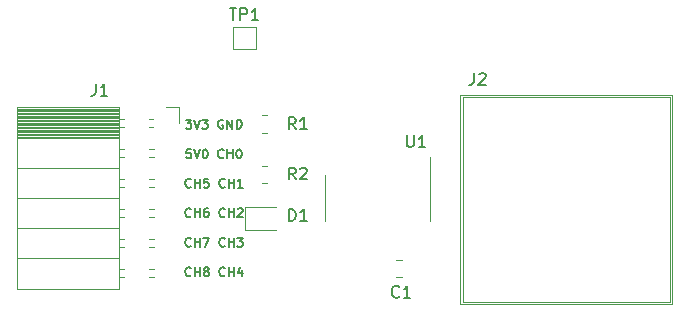
<source format=gbr>
%TF.GenerationSoftware,KiCad,Pcbnew,7.0.5*%
%TF.CreationDate,2023-07-06T17:03:01+08:00*%
%TF.ProjectId,GameRockerShaft,47616d65-526f-4636-9b65-725368616674,rev?*%
%TF.SameCoordinates,Original*%
%TF.FileFunction,Legend,Top*%
%TF.FilePolarity,Positive*%
%FSLAX46Y46*%
G04 Gerber Fmt 4.6, Leading zero omitted, Abs format (unit mm)*
G04 Created by KiCad (PCBNEW 7.0.5) date 2023-07-06 17:03:01*
%MOMM*%
%LPD*%
G01*
G04 APERTURE LIST*
%ADD10C,0.127000*%
%ADD11C,0.150000*%
%ADD12C,0.120000*%
%ADD13C,0.100000*%
G04 APERTURE END LIST*
D10*
X84700409Y-98827570D02*
X84664123Y-98863856D01*
X84664123Y-98863856D02*
X84555266Y-98900141D01*
X84555266Y-98900141D02*
X84482694Y-98900141D01*
X84482694Y-98900141D02*
X84373837Y-98863856D01*
X84373837Y-98863856D02*
X84301266Y-98791284D01*
X84301266Y-98791284D02*
X84264980Y-98718713D01*
X84264980Y-98718713D02*
X84228694Y-98573570D01*
X84228694Y-98573570D02*
X84228694Y-98464713D01*
X84228694Y-98464713D02*
X84264980Y-98319570D01*
X84264980Y-98319570D02*
X84301266Y-98246998D01*
X84301266Y-98246998D02*
X84373837Y-98174427D01*
X84373837Y-98174427D02*
X84482694Y-98138141D01*
X84482694Y-98138141D02*
X84555266Y-98138141D01*
X84555266Y-98138141D02*
X84664123Y-98174427D01*
X84664123Y-98174427D02*
X84700409Y-98210713D01*
X85026980Y-98900141D02*
X85026980Y-98138141D01*
X85026980Y-98500998D02*
X85462409Y-98500998D01*
X85462409Y-98900141D02*
X85462409Y-98138141D01*
X85934123Y-98464713D02*
X85861552Y-98428427D01*
X85861552Y-98428427D02*
X85825266Y-98392141D01*
X85825266Y-98392141D02*
X85788980Y-98319570D01*
X85788980Y-98319570D02*
X85788980Y-98283284D01*
X85788980Y-98283284D02*
X85825266Y-98210713D01*
X85825266Y-98210713D02*
X85861552Y-98174427D01*
X85861552Y-98174427D02*
X85934123Y-98138141D01*
X85934123Y-98138141D02*
X86079266Y-98138141D01*
X86079266Y-98138141D02*
X86151838Y-98174427D01*
X86151838Y-98174427D02*
X86188123Y-98210713D01*
X86188123Y-98210713D02*
X86224409Y-98283284D01*
X86224409Y-98283284D02*
X86224409Y-98319570D01*
X86224409Y-98319570D02*
X86188123Y-98392141D01*
X86188123Y-98392141D02*
X86151838Y-98428427D01*
X86151838Y-98428427D02*
X86079266Y-98464713D01*
X86079266Y-98464713D02*
X85934123Y-98464713D01*
X85934123Y-98464713D02*
X85861552Y-98500998D01*
X85861552Y-98500998D02*
X85825266Y-98537284D01*
X85825266Y-98537284D02*
X85788980Y-98609856D01*
X85788980Y-98609856D02*
X85788980Y-98754998D01*
X85788980Y-98754998D02*
X85825266Y-98827570D01*
X85825266Y-98827570D02*
X85861552Y-98863856D01*
X85861552Y-98863856D02*
X85934123Y-98900141D01*
X85934123Y-98900141D02*
X86079266Y-98900141D01*
X86079266Y-98900141D02*
X86151838Y-98863856D01*
X86151838Y-98863856D02*
X86188123Y-98827570D01*
X86188123Y-98827570D02*
X86224409Y-98754998D01*
X86224409Y-98754998D02*
X86224409Y-98609856D01*
X86224409Y-98609856D02*
X86188123Y-98537284D01*
X86188123Y-98537284D02*
X86151838Y-98500998D01*
X86151838Y-98500998D02*
X86079266Y-98464713D01*
X87566980Y-98827570D02*
X87530694Y-98863856D01*
X87530694Y-98863856D02*
X87421837Y-98900141D01*
X87421837Y-98900141D02*
X87349265Y-98900141D01*
X87349265Y-98900141D02*
X87240408Y-98863856D01*
X87240408Y-98863856D02*
X87167837Y-98791284D01*
X87167837Y-98791284D02*
X87131551Y-98718713D01*
X87131551Y-98718713D02*
X87095265Y-98573570D01*
X87095265Y-98573570D02*
X87095265Y-98464713D01*
X87095265Y-98464713D02*
X87131551Y-98319570D01*
X87131551Y-98319570D02*
X87167837Y-98246998D01*
X87167837Y-98246998D02*
X87240408Y-98174427D01*
X87240408Y-98174427D02*
X87349265Y-98138141D01*
X87349265Y-98138141D02*
X87421837Y-98138141D01*
X87421837Y-98138141D02*
X87530694Y-98174427D01*
X87530694Y-98174427D02*
X87566980Y-98210713D01*
X87893551Y-98900141D02*
X87893551Y-98138141D01*
X87893551Y-98500998D02*
X88328980Y-98500998D01*
X88328980Y-98900141D02*
X88328980Y-98138141D01*
X89018409Y-98392141D02*
X89018409Y-98900141D01*
X88836980Y-98101856D02*
X88655551Y-98646141D01*
X88655551Y-98646141D02*
X89127266Y-98646141D01*
X84700409Y-93827570D02*
X84664123Y-93863856D01*
X84664123Y-93863856D02*
X84555266Y-93900141D01*
X84555266Y-93900141D02*
X84482694Y-93900141D01*
X84482694Y-93900141D02*
X84373837Y-93863856D01*
X84373837Y-93863856D02*
X84301266Y-93791284D01*
X84301266Y-93791284D02*
X84264980Y-93718713D01*
X84264980Y-93718713D02*
X84228694Y-93573570D01*
X84228694Y-93573570D02*
X84228694Y-93464713D01*
X84228694Y-93464713D02*
X84264980Y-93319570D01*
X84264980Y-93319570D02*
X84301266Y-93246998D01*
X84301266Y-93246998D02*
X84373837Y-93174427D01*
X84373837Y-93174427D02*
X84482694Y-93138141D01*
X84482694Y-93138141D02*
X84555266Y-93138141D01*
X84555266Y-93138141D02*
X84664123Y-93174427D01*
X84664123Y-93174427D02*
X84700409Y-93210713D01*
X85026980Y-93900141D02*
X85026980Y-93138141D01*
X85026980Y-93500998D02*
X85462409Y-93500998D01*
X85462409Y-93900141D02*
X85462409Y-93138141D01*
X86151838Y-93138141D02*
X86006695Y-93138141D01*
X86006695Y-93138141D02*
X85934123Y-93174427D01*
X85934123Y-93174427D02*
X85897838Y-93210713D01*
X85897838Y-93210713D02*
X85825266Y-93319570D01*
X85825266Y-93319570D02*
X85788980Y-93464713D01*
X85788980Y-93464713D02*
X85788980Y-93754998D01*
X85788980Y-93754998D02*
X85825266Y-93827570D01*
X85825266Y-93827570D02*
X85861552Y-93863856D01*
X85861552Y-93863856D02*
X85934123Y-93900141D01*
X85934123Y-93900141D02*
X86079266Y-93900141D01*
X86079266Y-93900141D02*
X86151838Y-93863856D01*
X86151838Y-93863856D02*
X86188123Y-93827570D01*
X86188123Y-93827570D02*
X86224409Y-93754998D01*
X86224409Y-93754998D02*
X86224409Y-93573570D01*
X86224409Y-93573570D02*
X86188123Y-93500998D01*
X86188123Y-93500998D02*
X86151838Y-93464713D01*
X86151838Y-93464713D02*
X86079266Y-93428427D01*
X86079266Y-93428427D02*
X85934123Y-93428427D01*
X85934123Y-93428427D02*
X85861552Y-93464713D01*
X85861552Y-93464713D02*
X85825266Y-93500998D01*
X85825266Y-93500998D02*
X85788980Y-93573570D01*
X87566980Y-93827570D02*
X87530694Y-93863856D01*
X87530694Y-93863856D02*
X87421837Y-93900141D01*
X87421837Y-93900141D02*
X87349265Y-93900141D01*
X87349265Y-93900141D02*
X87240408Y-93863856D01*
X87240408Y-93863856D02*
X87167837Y-93791284D01*
X87167837Y-93791284D02*
X87131551Y-93718713D01*
X87131551Y-93718713D02*
X87095265Y-93573570D01*
X87095265Y-93573570D02*
X87095265Y-93464713D01*
X87095265Y-93464713D02*
X87131551Y-93319570D01*
X87131551Y-93319570D02*
X87167837Y-93246998D01*
X87167837Y-93246998D02*
X87240408Y-93174427D01*
X87240408Y-93174427D02*
X87349265Y-93138141D01*
X87349265Y-93138141D02*
X87421837Y-93138141D01*
X87421837Y-93138141D02*
X87530694Y-93174427D01*
X87530694Y-93174427D02*
X87566980Y-93210713D01*
X87893551Y-93900141D02*
X87893551Y-93138141D01*
X87893551Y-93500998D02*
X88328980Y-93500998D01*
X88328980Y-93900141D02*
X88328980Y-93138141D01*
X88655551Y-93210713D02*
X88691837Y-93174427D01*
X88691837Y-93174427D02*
X88764409Y-93138141D01*
X88764409Y-93138141D02*
X88945837Y-93138141D01*
X88945837Y-93138141D02*
X89018409Y-93174427D01*
X89018409Y-93174427D02*
X89054694Y-93210713D01*
X89054694Y-93210713D02*
X89090980Y-93283284D01*
X89090980Y-93283284D02*
X89090980Y-93355856D01*
X89090980Y-93355856D02*
X89054694Y-93464713D01*
X89054694Y-93464713D02*
X88619266Y-93900141D01*
X88619266Y-93900141D02*
X89090980Y-93900141D01*
X84718551Y-88138141D02*
X84355694Y-88138141D01*
X84355694Y-88138141D02*
X84319408Y-88500998D01*
X84319408Y-88500998D02*
X84355694Y-88464713D01*
X84355694Y-88464713D02*
X84428266Y-88428427D01*
X84428266Y-88428427D02*
X84609694Y-88428427D01*
X84609694Y-88428427D02*
X84682266Y-88464713D01*
X84682266Y-88464713D02*
X84718551Y-88500998D01*
X84718551Y-88500998D02*
X84754837Y-88573570D01*
X84754837Y-88573570D02*
X84754837Y-88754998D01*
X84754837Y-88754998D02*
X84718551Y-88827570D01*
X84718551Y-88827570D02*
X84682266Y-88863856D01*
X84682266Y-88863856D02*
X84609694Y-88900141D01*
X84609694Y-88900141D02*
X84428266Y-88900141D01*
X84428266Y-88900141D02*
X84355694Y-88863856D01*
X84355694Y-88863856D02*
X84319408Y-88827570D01*
X84972551Y-88138141D02*
X85226551Y-88900141D01*
X85226551Y-88900141D02*
X85480551Y-88138141D01*
X85879694Y-88138141D02*
X85952265Y-88138141D01*
X85952265Y-88138141D02*
X86024837Y-88174427D01*
X86024837Y-88174427D02*
X86061123Y-88210713D01*
X86061123Y-88210713D02*
X86097408Y-88283284D01*
X86097408Y-88283284D02*
X86133694Y-88428427D01*
X86133694Y-88428427D02*
X86133694Y-88609856D01*
X86133694Y-88609856D02*
X86097408Y-88754998D01*
X86097408Y-88754998D02*
X86061123Y-88827570D01*
X86061123Y-88827570D02*
X86024837Y-88863856D01*
X86024837Y-88863856D02*
X85952265Y-88900141D01*
X85952265Y-88900141D02*
X85879694Y-88900141D01*
X85879694Y-88900141D02*
X85807123Y-88863856D01*
X85807123Y-88863856D02*
X85770837Y-88827570D01*
X85770837Y-88827570D02*
X85734551Y-88754998D01*
X85734551Y-88754998D02*
X85698265Y-88609856D01*
X85698265Y-88609856D02*
X85698265Y-88428427D01*
X85698265Y-88428427D02*
X85734551Y-88283284D01*
X85734551Y-88283284D02*
X85770837Y-88210713D01*
X85770837Y-88210713D02*
X85807123Y-88174427D01*
X85807123Y-88174427D02*
X85879694Y-88138141D01*
X87476265Y-88827570D02*
X87439979Y-88863856D01*
X87439979Y-88863856D02*
X87331122Y-88900141D01*
X87331122Y-88900141D02*
X87258550Y-88900141D01*
X87258550Y-88900141D02*
X87149693Y-88863856D01*
X87149693Y-88863856D02*
X87077122Y-88791284D01*
X87077122Y-88791284D02*
X87040836Y-88718713D01*
X87040836Y-88718713D02*
X87004550Y-88573570D01*
X87004550Y-88573570D02*
X87004550Y-88464713D01*
X87004550Y-88464713D02*
X87040836Y-88319570D01*
X87040836Y-88319570D02*
X87077122Y-88246998D01*
X87077122Y-88246998D02*
X87149693Y-88174427D01*
X87149693Y-88174427D02*
X87258550Y-88138141D01*
X87258550Y-88138141D02*
X87331122Y-88138141D01*
X87331122Y-88138141D02*
X87439979Y-88174427D01*
X87439979Y-88174427D02*
X87476265Y-88210713D01*
X87802836Y-88900141D02*
X87802836Y-88138141D01*
X87802836Y-88500998D02*
X88238265Y-88500998D01*
X88238265Y-88900141D02*
X88238265Y-88138141D01*
X88746265Y-88138141D02*
X88818836Y-88138141D01*
X88818836Y-88138141D02*
X88891408Y-88174427D01*
X88891408Y-88174427D02*
X88927694Y-88210713D01*
X88927694Y-88210713D02*
X88963979Y-88283284D01*
X88963979Y-88283284D02*
X89000265Y-88428427D01*
X89000265Y-88428427D02*
X89000265Y-88609856D01*
X89000265Y-88609856D02*
X88963979Y-88754998D01*
X88963979Y-88754998D02*
X88927694Y-88827570D01*
X88927694Y-88827570D02*
X88891408Y-88863856D01*
X88891408Y-88863856D02*
X88818836Y-88900141D01*
X88818836Y-88900141D02*
X88746265Y-88900141D01*
X88746265Y-88900141D02*
X88673694Y-88863856D01*
X88673694Y-88863856D02*
X88637408Y-88827570D01*
X88637408Y-88827570D02*
X88601122Y-88754998D01*
X88601122Y-88754998D02*
X88564836Y-88609856D01*
X88564836Y-88609856D02*
X88564836Y-88428427D01*
X88564836Y-88428427D02*
X88601122Y-88283284D01*
X88601122Y-88283284D02*
X88637408Y-88210713D01*
X88637408Y-88210713D02*
X88673694Y-88174427D01*
X88673694Y-88174427D02*
X88746265Y-88138141D01*
X84700409Y-91327570D02*
X84664123Y-91363856D01*
X84664123Y-91363856D02*
X84555266Y-91400141D01*
X84555266Y-91400141D02*
X84482694Y-91400141D01*
X84482694Y-91400141D02*
X84373837Y-91363856D01*
X84373837Y-91363856D02*
X84301266Y-91291284D01*
X84301266Y-91291284D02*
X84264980Y-91218713D01*
X84264980Y-91218713D02*
X84228694Y-91073570D01*
X84228694Y-91073570D02*
X84228694Y-90964713D01*
X84228694Y-90964713D02*
X84264980Y-90819570D01*
X84264980Y-90819570D02*
X84301266Y-90746998D01*
X84301266Y-90746998D02*
X84373837Y-90674427D01*
X84373837Y-90674427D02*
X84482694Y-90638141D01*
X84482694Y-90638141D02*
X84555266Y-90638141D01*
X84555266Y-90638141D02*
X84664123Y-90674427D01*
X84664123Y-90674427D02*
X84700409Y-90710713D01*
X85026980Y-91400141D02*
X85026980Y-90638141D01*
X85026980Y-91000998D02*
X85462409Y-91000998D01*
X85462409Y-91400141D02*
X85462409Y-90638141D01*
X86188123Y-90638141D02*
X85825266Y-90638141D01*
X85825266Y-90638141D02*
X85788980Y-91000998D01*
X85788980Y-91000998D02*
X85825266Y-90964713D01*
X85825266Y-90964713D02*
X85897838Y-90928427D01*
X85897838Y-90928427D02*
X86079266Y-90928427D01*
X86079266Y-90928427D02*
X86151838Y-90964713D01*
X86151838Y-90964713D02*
X86188123Y-91000998D01*
X86188123Y-91000998D02*
X86224409Y-91073570D01*
X86224409Y-91073570D02*
X86224409Y-91254998D01*
X86224409Y-91254998D02*
X86188123Y-91327570D01*
X86188123Y-91327570D02*
X86151838Y-91363856D01*
X86151838Y-91363856D02*
X86079266Y-91400141D01*
X86079266Y-91400141D02*
X85897838Y-91400141D01*
X85897838Y-91400141D02*
X85825266Y-91363856D01*
X85825266Y-91363856D02*
X85788980Y-91327570D01*
X87566980Y-91327570D02*
X87530694Y-91363856D01*
X87530694Y-91363856D02*
X87421837Y-91400141D01*
X87421837Y-91400141D02*
X87349265Y-91400141D01*
X87349265Y-91400141D02*
X87240408Y-91363856D01*
X87240408Y-91363856D02*
X87167837Y-91291284D01*
X87167837Y-91291284D02*
X87131551Y-91218713D01*
X87131551Y-91218713D02*
X87095265Y-91073570D01*
X87095265Y-91073570D02*
X87095265Y-90964713D01*
X87095265Y-90964713D02*
X87131551Y-90819570D01*
X87131551Y-90819570D02*
X87167837Y-90746998D01*
X87167837Y-90746998D02*
X87240408Y-90674427D01*
X87240408Y-90674427D02*
X87349265Y-90638141D01*
X87349265Y-90638141D02*
X87421837Y-90638141D01*
X87421837Y-90638141D02*
X87530694Y-90674427D01*
X87530694Y-90674427D02*
X87566980Y-90710713D01*
X87893551Y-91400141D02*
X87893551Y-90638141D01*
X87893551Y-91000998D02*
X88328980Y-91000998D01*
X88328980Y-91400141D02*
X88328980Y-90638141D01*
X89090980Y-91400141D02*
X88655551Y-91400141D01*
X88873266Y-91400141D02*
X88873266Y-90638141D01*
X88873266Y-90638141D02*
X88800694Y-90746998D01*
X88800694Y-90746998D02*
X88728123Y-90819570D01*
X88728123Y-90819570D02*
X88655551Y-90855856D01*
X84264980Y-85638141D02*
X84736694Y-85638141D01*
X84736694Y-85638141D02*
X84482694Y-85928427D01*
X84482694Y-85928427D02*
X84591551Y-85928427D01*
X84591551Y-85928427D02*
X84664123Y-85964713D01*
X84664123Y-85964713D02*
X84700408Y-86000998D01*
X84700408Y-86000998D02*
X84736694Y-86073570D01*
X84736694Y-86073570D02*
X84736694Y-86254998D01*
X84736694Y-86254998D02*
X84700408Y-86327570D01*
X84700408Y-86327570D02*
X84664123Y-86363856D01*
X84664123Y-86363856D02*
X84591551Y-86400141D01*
X84591551Y-86400141D02*
X84373837Y-86400141D01*
X84373837Y-86400141D02*
X84301265Y-86363856D01*
X84301265Y-86363856D02*
X84264980Y-86327570D01*
X84954408Y-85638141D02*
X85208408Y-86400141D01*
X85208408Y-86400141D02*
X85462408Y-85638141D01*
X85643837Y-85638141D02*
X86115551Y-85638141D01*
X86115551Y-85638141D02*
X85861551Y-85928427D01*
X85861551Y-85928427D02*
X85970408Y-85928427D01*
X85970408Y-85928427D02*
X86042980Y-85964713D01*
X86042980Y-85964713D02*
X86079265Y-86000998D01*
X86079265Y-86000998D02*
X86115551Y-86073570D01*
X86115551Y-86073570D02*
X86115551Y-86254998D01*
X86115551Y-86254998D02*
X86079265Y-86327570D01*
X86079265Y-86327570D02*
X86042980Y-86363856D01*
X86042980Y-86363856D02*
X85970408Y-86400141D01*
X85970408Y-86400141D02*
X85752694Y-86400141D01*
X85752694Y-86400141D02*
X85680122Y-86363856D01*
X85680122Y-86363856D02*
X85643837Y-86327570D01*
X87421836Y-85674427D02*
X87349265Y-85638141D01*
X87349265Y-85638141D02*
X87240407Y-85638141D01*
X87240407Y-85638141D02*
X87131550Y-85674427D01*
X87131550Y-85674427D02*
X87058979Y-85746998D01*
X87058979Y-85746998D02*
X87022693Y-85819570D01*
X87022693Y-85819570D02*
X86986407Y-85964713D01*
X86986407Y-85964713D02*
X86986407Y-86073570D01*
X86986407Y-86073570D02*
X87022693Y-86218713D01*
X87022693Y-86218713D02*
X87058979Y-86291284D01*
X87058979Y-86291284D02*
X87131550Y-86363856D01*
X87131550Y-86363856D02*
X87240407Y-86400141D01*
X87240407Y-86400141D02*
X87312979Y-86400141D01*
X87312979Y-86400141D02*
X87421836Y-86363856D01*
X87421836Y-86363856D02*
X87458122Y-86327570D01*
X87458122Y-86327570D02*
X87458122Y-86073570D01*
X87458122Y-86073570D02*
X87312979Y-86073570D01*
X87784693Y-86400141D02*
X87784693Y-85638141D01*
X87784693Y-85638141D02*
X88220122Y-86400141D01*
X88220122Y-86400141D02*
X88220122Y-85638141D01*
X88582979Y-86400141D02*
X88582979Y-85638141D01*
X88582979Y-85638141D02*
X88764408Y-85638141D01*
X88764408Y-85638141D02*
X88873265Y-85674427D01*
X88873265Y-85674427D02*
X88945836Y-85746998D01*
X88945836Y-85746998D02*
X88982122Y-85819570D01*
X88982122Y-85819570D02*
X89018408Y-85964713D01*
X89018408Y-85964713D02*
X89018408Y-86073570D01*
X89018408Y-86073570D02*
X88982122Y-86218713D01*
X88982122Y-86218713D02*
X88945836Y-86291284D01*
X88945836Y-86291284D02*
X88873265Y-86363856D01*
X88873265Y-86363856D02*
X88764408Y-86400141D01*
X88764408Y-86400141D02*
X88582979Y-86400141D01*
X84700409Y-96327570D02*
X84664123Y-96363856D01*
X84664123Y-96363856D02*
X84555266Y-96400141D01*
X84555266Y-96400141D02*
X84482694Y-96400141D01*
X84482694Y-96400141D02*
X84373837Y-96363856D01*
X84373837Y-96363856D02*
X84301266Y-96291284D01*
X84301266Y-96291284D02*
X84264980Y-96218713D01*
X84264980Y-96218713D02*
X84228694Y-96073570D01*
X84228694Y-96073570D02*
X84228694Y-95964713D01*
X84228694Y-95964713D02*
X84264980Y-95819570D01*
X84264980Y-95819570D02*
X84301266Y-95746998D01*
X84301266Y-95746998D02*
X84373837Y-95674427D01*
X84373837Y-95674427D02*
X84482694Y-95638141D01*
X84482694Y-95638141D02*
X84555266Y-95638141D01*
X84555266Y-95638141D02*
X84664123Y-95674427D01*
X84664123Y-95674427D02*
X84700409Y-95710713D01*
X85026980Y-96400141D02*
X85026980Y-95638141D01*
X85026980Y-96000998D02*
X85462409Y-96000998D01*
X85462409Y-96400141D02*
X85462409Y-95638141D01*
X85752695Y-95638141D02*
X86260695Y-95638141D01*
X86260695Y-95638141D02*
X85934123Y-96400141D01*
X87566980Y-96327570D02*
X87530694Y-96363856D01*
X87530694Y-96363856D02*
X87421837Y-96400141D01*
X87421837Y-96400141D02*
X87349265Y-96400141D01*
X87349265Y-96400141D02*
X87240408Y-96363856D01*
X87240408Y-96363856D02*
X87167837Y-96291284D01*
X87167837Y-96291284D02*
X87131551Y-96218713D01*
X87131551Y-96218713D02*
X87095265Y-96073570D01*
X87095265Y-96073570D02*
X87095265Y-95964713D01*
X87095265Y-95964713D02*
X87131551Y-95819570D01*
X87131551Y-95819570D02*
X87167837Y-95746998D01*
X87167837Y-95746998D02*
X87240408Y-95674427D01*
X87240408Y-95674427D02*
X87349265Y-95638141D01*
X87349265Y-95638141D02*
X87421837Y-95638141D01*
X87421837Y-95638141D02*
X87530694Y-95674427D01*
X87530694Y-95674427D02*
X87566980Y-95710713D01*
X87893551Y-96400141D02*
X87893551Y-95638141D01*
X87893551Y-96000998D02*
X88328980Y-96000998D01*
X88328980Y-96400141D02*
X88328980Y-95638141D01*
X88619266Y-95638141D02*
X89090980Y-95638141D01*
X89090980Y-95638141D02*
X88836980Y-95928427D01*
X88836980Y-95928427D02*
X88945837Y-95928427D01*
X88945837Y-95928427D02*
X89018409Y-95964713D01*
X89018409Y-95964713D02*
X89054694Y-96000998D01*
X89054694Y-96000998D02*
X89090980Y-96073570D01*
X89090980Y-96073570D02*
X89090980Y-96254998D01*
X89090980Y-96254998D02*
X89054694Y-96327570D01*
X89054694Y-96327570D02*
X89018409Y-96363856D01*
X89018409Y-96363856D02*
X88945837Y-96400141D01*
X88945837Y-96400141D02*
X88728123Y-96400141D01*
X88728123Y-96400141D02*
X88655551Y-96363856D01*
X88655551Y-96363856D02*
X88619266Y-96327570D01*
D11*
%TO.C,U1*%
X102988095Y-86954819D02*
X102988095Y-87764342D01*
X102988095Y-87764342D02*
X103035714Y-87859580D01*
X103035714Y-87859580D02*
X103083333Y-87907200D01*
X103083333Y-87907200D02*
X103178571Y-87954819D01*
X103178571Y-87954819D02*
X103369047Y-87954819D01*
X103369047Y-87954819D02*
X103464285Y-87907200D01*
X103464285Y-87907200D02*
X103511904Y-87859580D01*
X103511904Y-87859580D02*
X103559523Y-87764342D01*
X103559523Y-87764342D02*
X103559523Y-86954819D01*
X104559523Y-87954819D02*
X103988095Y-87954819D01*
X104273809Y-87954819D02*
X104273809Y-86954819D01*
X104273809Y-86954819D02*
X104178571Y-87097676D01*
X104178571Y-87097676D02*
X104083333Y-87192914D01*
X104083333Y-87192914D02*
X103988095Y-87240533D01*
%TO.C,J2*%
X108666666Y-81704819D02*
X108666666Y-82419104D01*
X108666666Y-82419104D02*
X108619047Y-82561961D01*
X108619047Y-82561961D02*
X108523809Y-82657200D01*
X108523809Y-82657200D02*
X108380952Y-82704819D01*
X108380952Y-82704819D02*
X108285714Y-82704819D01*
X109095238Y-81800057D02*
X109142857Y-81752438D01*
X109142857Y-81752438D02*
X109238095Y-81704819D01*
X109238095Y-81704819D02*
X109476190Y-81704819D01*
X109476190Y-81704819D02*
X109571428Y-81752438D01*
X109571428Y-81752438D02*
X109619047Y-81800057D01*
X109619047Y-81800057D02*
X109666666Y-81895295D01*
X109666666Y-81895295D02*
X109666666Y-81990533D01*
X109666666Y-81990533D02*
X109619047Y-82133390D01*
X109619047Y-82133390D02*
X109047619Y-82704819D01*
X109047619Y-82704819D02*
X109666666Y-82704819D01*
%TO.C,C1*%
X102333333Y-100609580D02*
X102285714Y-100657200D01*
X102285714Y-100657200D02*
X102142857Y-100704819D01*
X102142857Y-100704819D02*
X102047619Y-100704819D01*
X102047619Y-100704819D02*
X101904762Y-100657200D01*
X101904762Y-100657200D02*
X101809524Y-100561961D01*
X101809524Y-100561961D02*
X101761905Y-100466723D01*
X101761905Y-100466723D02*
X101714286Y-100276247D01*
X101714286Y-100276247D02*
X101714286Y-100133390D01*
X101714286Y-100133390D02*
X101761905Y-99942914D01*
X101761905Y-99942914D02*
X101809524Y-99847676D01*
X101809524Y-99847676D02*
X101904762Y-99752438D01*
X101904762Y-99752438D02*
X102047619Y-99704819D01*
X102047619Y-99704819D02*
X102142857Y-99704819D01*
X102142857Y-99704819D02*
X102285714Y-99752438D01*
X102285714Y-99752438D02*
X102333333Y-99800057D01*
X103285714Y-100704819D02*
X102714286Y-100704819D01*
X103000000Y-100704819D02*
X103000000Y-99704819D01*
X103000000Y-99704819D02*
X102904762Y-99847676D01*
X102904762Y-99847676D02*
X102809524Y-99942914D01*
X102809524Y-99942914D02*
X102714286Y-99990533D01*
%TO.C,TP1*%
X87988095Y-76204819D02*
X88559523Y-76204819D01*
X88273809Y-77204819D02*
X88273809Y-76204819D01*
X88892857Y-77204819D02*
X88892857Y-76204819D01*
X88892857Y-76204819D02*
X89273809Y-76204819D01*
X89273809Y-76204819D02*
X89369047Y-76252438D01*
X89369047Y-76252438D02*
X89416666Y-76300057D01*
X89416666Y-76300057D02*
X89464285Y-76395295D01*
X89464285Y-76395295D02*
X89464285Y-76538152D01*
X89464285Y-76538152D02*
X89416666Y-76633390D01*
X89416666Y-76633390D02*
X89369047Y-76681009D01*
X89369047Y-76681009D02*
X89273809Y-76728628D01*
X89273809Y-76728628D02*
X88892857Y-76728628D01*
X90416666Y-77204819D02*
X89845238Y-77204819D01*
X90130952Y-77204819D02*
X90130952Y-76204819D01*
X90130952Y-76204819D02*
X90035714Y-76347676D01*
X90035714Y-76347676D02*
X89940476Y-76442914D01*
X89940476Y-76442914D02*
X89845238Y-76490533D01*
%TO.C,J1*%
X76641666Y-82604819D02*
X76641666Y-83319104D01*
X76641666Y-83319104D02*
X76594047Y-83461961D01*
X76594047Y-83461961D02*
X76498809Y-83557200D01*
X76498809Y-83557200D02*
X76355952Y-83604819D01*
X76355952Y-83604819D02*
X76260714Y-83604819D01*
X77641666Y-83604819D02*
X77070238Y-83604819D01*
X77355952Y-83604819D02*
X77355952Y-82604819D01*
X77355952Y-82604819D02*
X77260714Y-82747676D01*
X77260714Y-82747676D02*
X77165476Y-82842914D01*
X77165476Y-82842914D02*
X77070238Y-82890533D01*
%TO.C,R1*%
X93583333Y-86454819D02*
X93250000Y-85978628D01*
X93011905Y-86454819D02*
X93011905Y-85454819D01*
X93011905Y-85454819D02*
X93392857Y-85454819D01*
X93392857Y-85454819D02*
X93488095Y-85502438D01*
X93488095Y-85502438D02*
X93535714Y-85550057D01*
X93535714Y-85550057D02*
X93583333Y-85645295D01*
X93583333Y-85645295D02*
X93583333Y-85788152D01*
X93583333Y-85788152D02*
X93535714Y-85883390D01*
X93535714Y-85883390D02*
X93488095Y-85931009D01*
X93488095Y-85931009D02*
X93392857Y-85978628D01*
X93392857Y-85978628D02*
X93011905Y-85978628D01*
X94535714Y-86454819D02*
X93964286Y-86454819D01*
X94250000Y-86454819D02*
X94250000Y-85454819D01*
X94250000Y-85454819D02*
X94154762Y-85597676D01*
X94154762Y-85597676D02*
X94059524Y-85692914D01*
X94059524Y-85692914D02*
X93964286Y-85740533D01*
%TO.C,D1*%
X93011905Y-94204819D02*
X93011905Y-93204819D01*
X93011905Y-93204819D02*
X93250000Y-93204819D01*
X93250000Y-93204819D02*
X93392857Y-93252438D01*
X93392857Y-93252438D02*
X93488095Y-93347676D01*
X93488095Y-93347676D02*
X93535714Y-93442914D01*
X93535714Y-93442914D02*
X93583333Y-93633390D01*
X93583333Y-93633390D02*
X93583333Y-93776247D01*
X93583333Y-93776247D02*
X93535714Y-93966723D01*
X93535714Y-93966723D02*
X93488095Y-94061961D01*
X93488095Y-94061961D02*
X93392857Y-94157200D01*
X93392857Y-94157200D02*
X93250000Y-94204819D01*
X93250000Y-94204819D02*
X93011905Y-94204819D01*
X94535714Y-94204819D02*
X93964286Y-94204819D01*
X94250000Y-94204819D02*
X94250000Y-93204819D01*
X94250000Y-93204819D02*
X94154762Y-93347676D01*
X94154762Y-93347676D02*
X94059524Y-93442914D01*
X94059524Y-93442914D02*
X93964286Y-93490533D01*
%TO.C,R2*%
X93583333Y-90704819D02*
X93250000Y-90228628D01*
X93011905Y-90704819D02*
X93011905Y-89704819D01*
X93011905Y-89704819D02*
X93392857Y-89704819D01*
X93392857Y-89704819D02*
X93488095Y-89752438D01*
X93488095Y-89752438D02*
X93535714Y-89800057D01*
X93535714Y-89800057D02*
X93583333Y-89895295D01*
X93583333Y-89895295D02*
X93583333Y-90038152D01*
X93583333Y-90038152D02*
X93535714Y-90133390D01*
X93535714Y-90133390D02*
X93488095Y-90181009D01*
X93488095Y-90181009D02*
X93392857Y-90228628D01*
X93392857Y-90228628D02*
X93011905Y-90228628D01*
X93964286Y-89800057D02*
X94011905Y-89752438D01*
X94011905Y-89752438D02*
X94107143Y-89704819D01*
X94107143Y-89704819D02*
X94345238Y-89704819D01*
X94345238Y-89704819D02*
X94440476Y-89752438D01*
X94440476Y-89752438D02*
X94488095Y-89800057D01*
X94488095Y-89800057D02*
X94535714Y-89895295D01*
X94535714Y-89895295D02*
X94535714Y-89990533D01*
X94535714Y-89990533D02*
X94488095Y-90133390D01*
X94488095Y-90133390D02*
X93916667Y-90704819D01*
X93916667Y-90704819D02*
X94535714Y-90704819D01*
D12*
%TO.C,U1*%
X104910000Y-92270000D02*
X104910000Y-88820000D01*
X104910000Y-92270000D02*
X104910000Y-94220000D01*
X96040000Y-92270000D02*
X96040000Y-90320000D01*
X96040000Y-92270000D02*
X96040000Y-94220000D01*
D13*
%TO.C,J2*%
X107525000Y-101250000D02*
X125475000Y-101250000D01*
X125475000Y-101250000D02*
X125475000Y-83550000D01*
X125475000Y-83550000D02*
X107525000Y-83550000D01*
X107525000Y-83550000D02*
X107525000Y-101250000D01*
X107725000Y-101050000D02*
X125275000Y-101050000D01*
X125275000Y-101050000D02*
X125275000Y-83750000D01*
X125275000Y-83750000D02*
X107725000Y-83750000D01*
X107725000Y-83750000D02*
X107725000Y-101050000D01*
D12*
%TO.C,C1*%
X102561252Y-98985000D02*
X102038748Y-98985000D01*
X102561252Y-97515000D02*
X102038748Y-97515000D01*
%TO.C,TP1*%
X88300000Y-77800000D02*
X90200000Y-77800000D01*
X88300000Y-79700000D02*
X88300000Y-77800000D01*
X90200000Y-77800000D02*
X90200000Y-79700000D01*
X90200000Y-79700000D02*
X88300000Y-79700000D01*
%TO.C,J1*%
X69995000Y-84590000D02*
X69995000Y-99950000D01*
X69995000Y-84590000D02*
X78625000Y-84590000D01*
X69995000Y-84710000D02*
X78625000Y-84710000D01*
X69995000Y-84828095D02*
X78625000Y-84828095D01*
X69995000Y-84946190D02*
X78625000Y-84946190D01*
X69995000Y-85064285D02*
X78625000Y-85064285D01*
X69995000Y-85182380D02*
X78625000Y-85182380D01*
X69995000Y-85300475D02*
X78625000Y-85300475D01*
X69995000Y-85418570D02*
X78625000Y-85418570D01*
X69995000Y-85536665D02*
X78625000Y-85536665D01*
X69995000Y-85654760D02*
X78625000Y-85654760D01*
X69995000Y-85772855D02*
X78625000Y-85772855D01*
X69995000Y-85890950D02*
X78625000Y-85890950D01*
X69995000Y-86009045D02*
X78625000Y-86009045D01*
X69995000Y-86127140D02*
X78625000Y-86127140D01*
X69995000Y-86245235D02*
X78625000Y-86245235D01*
X69995000Y-86363330D02*
X78625000Y-86363330D01*
X69995000Y-86481425D02*
X78625000Y-86481425D01*
X69995000Y-86599520D02*
X78625000Y-86599520D01*
X69995000Y-86717615D02*
X78625000Y-86717615D01*
X69995000Y-86835710D02*
X78625000Y-86835710D01*
X69995000Y-86953805D02*
X78625000Y-86953805D01*
X69995000Y-87071900D02*
X78625000Y-87071900D01*
X69995000Y-87190000D02*
X78625000Y-87190000D01*
X69995000Y-89730000D02*
X78625000Y-89730000D01*
X69995000Y-92270000D02*
X78625000Y-92270000D01*
X69995000Y-94810000D02*
X78625000Y-94810000D01*
X69995000Y-97350000D02*
X78625000Y-97350000D01*
X69995000Y-99950000D02*
X78625000Y-99950000D01*
X78625000Y-84590000D02*
X78625000Y-99950000D01*
X78625000Y-85560000D02*
X79035000Y-85560000D01*
X78625000Y-86280000D02*
X79035000Y-86280000D01*
X78625000Y-88100000D02*
X79035000Y-88100000D01*
X78625000Y-88820000D02*
X79035000Y-88820000D01*
X78625000Y-90640000D02*
X79035000Y-90640000D01*
X78625000Y-91360000D02*
X79035000Y-91360000D01*
X78625000Y-93180000D02*
X79035000Y-93180000D01*
X78625000Y-93900000D02*
X79035000Y-93900000D01*
X78625000Y-95720000D02*
X79035000Y-95720000D01*
X78625000Y-96440000D02*
X79035000Y-96440000D01*
X78625000Y-98260000D02*
X79035000Y-98260000D01*
X78625000Y-98980000D02*
X79035000Y-98980000D01*
X81135000Y-85560000D02*
X81515000Y-85560000D01*
X81135000Y-86280000D02*
X81515000Y-86280000D01*
X81135000Y-88100000D02*
X81575000Y-88100000D01*
X81135000Y-88820000D02*
X81575000Y-88820000D01*
X81135000Y-90640000D02*
X81575000Y-90640000D01*
X81135000Y-91360000D02*
X81575000Y-91360000D01*
X81135000Y-93180000D02*
X81575000Y-93180000D01*
X81135000Y-93900000D02*
X81575000Y-93900000D01*
X81135000Y-95720000D02*
X81575000Y-95720000D01*
X81135000Y-96440000D02*
X81575000Y-96440000D01*
X81135000Y-98260000D02*
X81575000Y-98260000D01*
X81135000Y-98980000D02*
X81575000Y-98980000D01*
X82625000Y-84590000D02*
X83735000Y-84590000D01*
X83735000Y-84590000D02*
X83735000Y-85920000D01*
%TO.C,R1*%
X90685436Y-85265000D02*
X91139564Y-85265000D01*
X90685436Y-86735000D02*
X91139564Y-86735000D01*
%TO.C,D1*%
X89247500Y-93040000D02*
X89247500Y-94960000D01*
X89247500Y-94960000D02*
X91932500Y-94960000D01*
X91932500Y-93040000D02*
X89247500Y-93040000D01*
%TO.C,R2*%
X91139564Y-91028333D02*
X90685436Y-91028333D01*
X91139564Y-89558333D02*
X90685436Y-89558333D01*
%TD*%
M02*

</source>
